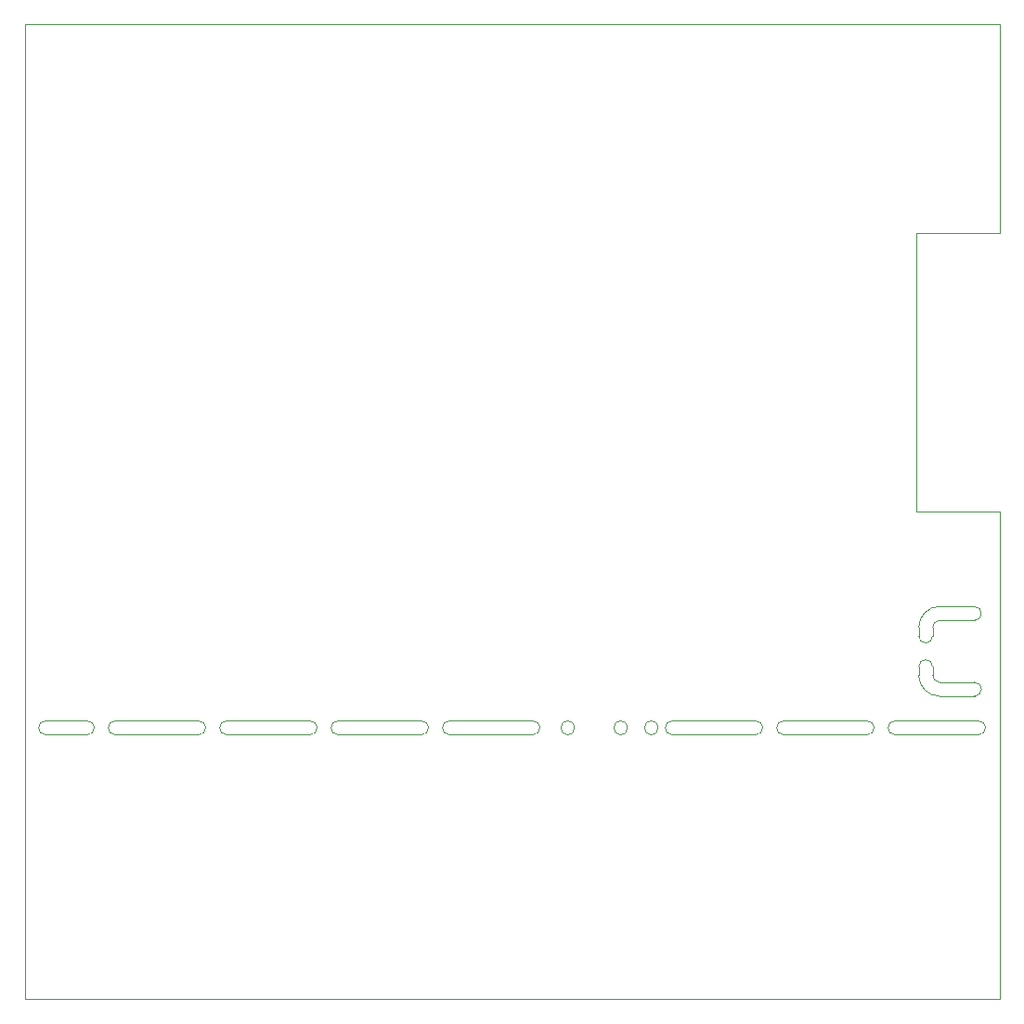
<source format=gbr>
%TF.GenerationSoftware,KiCad,Pcbnew,8.0.6-hq-2-g3d73d9976a*%
%TF.CreationDate,2024-12-23T23:06:42+08:00*%
%TF.ProjectId,DemoBoard_SensorForTemp&Rh_IntegratedWithMCU,44656d6f-426f-4617-9264-5f53656e736f,rev?*%
%TF.SameCoordinates,Original*%
%TF.FileFunction,Profile,NP*%
%FSLAX46Y46*%
G04 Gerber Fmt 4.6, Leading zero omitted, Abs format (unit mm)*
G04 Created by KiCad (PCBNEW 8.0.6-hq-2-g3d73d9976a) date 2024-12-23 23:06:42*
%MOMM*%
%LPD*%
G01*
G04 APERTURE LIST*
%TA.AperFunction,Profile*%
%ADD10C,0.050000*%
%TD*%
G04 APERTURE END LIST*
D10*
X162814000Y-110779400D02*
G75*
G02*
X162814000Y-112049400I0J-635000D01*
G01*
X135255000Y-115570000D02*
G75*
G02*
X135255000Y-114300000I0J635000D01*
G01*
X102235000Y-115570000D02*
X94615000Y-115570000D01*
X157480000Y-95250000D02*
X165100000Y-95250000D01*
X76200000Y-139700000D02*
X76200000Y-50800000D01*
X102235000Y-114300000D02*
G75*
G02*
X102235000Y-115570000I0J-635000D01*
G01*
X122555000Y-114300000D02*
X114935000Y-114300000D01*
X159639000Y-110779400D02*
G75*
G02*
X159004000Y-110144400I0J635000D01*
G01*
X114935000Y-115570000D02*
G75*
G02*
X114935000Y-114300000I0J635000D01*
G01*
X122555000Y-115570000D02*
X114935000Y-115570000D01*
X84455000Y-115570000D02*
G75*
G02*
X84455000Y-114300000I0J635000D01*
G01*
X163195000Y-115570000D02*
X155575000Y-115570000D01*
X142875000Y-115570000D02*
X135255000Y-115570000D01*
X145415000Y-115570000D02*
G75*
G02*
X145415000Y-114300000I0J635000D01*
G01*
X142875000Y-114300000D02*
X135255000Y-114300000D01*
X142875000Y-114300000D02*
G75*
G02*
X142875000Y-115570000I0J-635000D01*
G01*
X162814000Y-103870600D02*
G75*
G02*
X162814000Y-105140600I0J-635000D01*
G01*
X126365000Y-114935000D02*
G75*
G02*
X125095000Y-114935000I-635000J0D01*
G01*
X125095000Y-114935000D02*
G75*
G02*
X126365000Y-114935000I635000J0D01*
G01*
X162814000Y-105140600D02*
X159639000Y-105140600D01*
X112395000Y-114300000D02*
G75*
G02*
X112395000Y-115570000I0J-635000D01*
G01*
X159639000Y-103870600D02*
X162814000Y-103870600D01*
X94615000Y-115570000D02*
G75*
G02*
X94615000Y-114300000I0J635000D01*
G01*
X159004000Y-105775600D02*
G75*
G02*
X159639000Y-105140600I635000J0D01*
G01*
X92075000Y-114300000D02*
G75*
G02*
X92075000Y-115570000I0J-635000D01*
G01*
X78105000Y-115570000D02*
X81915000Y-115570000D01*
X157734000Y-109357000D02*
G75*
G02*
X159004000Y-109357000I635000J0D01*
G01*
X157480000Y-69850000D02*
X157480000Y-95250000D01*
X112395000Y-115570000D02*
X104775000Y-115570000D01*
X92075000Y-114300000D02*
X84455000Y-114300000D01*
X78105000Y-115570000D02*
G75*
G02*
X78105000Y-114300000I0J635000D01*
G01*
X102235000Y-114300000D02*
X94615000Y-114300000D01*
X159639000Y-112049400D02*
X162814000Y-112049400D01*
X112395000Y-114300000D02*
X104775000Y-114300000D01*
X159004000Y-106563000D02*
G75*
G02*
X157734000Y-106563000I-635000J0D01*
G01*
X81915000Y-114300000D02*
X78105000Y-114300000D01*
X153035000Y-114300000D02*
G75*
G02*
X153035000Y-115570000I0J-635000D01*
G01*
X153035000Y-115570000D02*
X145415000Y-115570000D01*
X92075000Y-115570000D02*
X84455000Y-115570000D01*
X76200000Y-50800000D02*
X165100000Y-50800000D01*
X122555000Y-114300000D02*
G75*
G02*
X122555000Y-115570000I0J-635000D01*
G01*
X157734000Y-109357000D02*
X157734000Y-110144400D01*
X153035000Y-114300000D02*
X145415000Y-114300000D01*
X165100000Y-139700000D02*
X76200000Y-139700000D01*
X157734000Y-106563000D02*
X157734000Y-105775600D01*
X131191000Y-114935000D02*
G75*
G02*
X129921000Y-114935000I-635000J0D01*
G01*
X129921000Y-114935000D02*
G75*
G02*
X131191000Y-114935000I635000J0D01*
G01*
X159004000Y-109357000D02*
X159004000Y-110144400D01*
X81915000Y-114300000D02*
G75*
G02*
X81915000Y-115570000I0J-635000D01*
G01*
X163195000Y-114300000D02*
X155575000Y-114300000D01*
X155575000Y-115570000D02*
G75*
G02*
X155575000Y-114300000I0J635000D01*
G01*
X133985000Y-114935000D02*
G75*
G02*
X132715000Y-114935000I-635000J0D01*
G01*
X132715000Y-114935000D02*
G75*
G02*
X133985000Y-114935000I635000J0D01*
G01*
X165100000Y-69850000D02*
X157480000Y-69850000D01*
X159639000Y-112049400D02*
G75*
G02*
X157734000Y-110144400I0J1905000D01*
G01*
X104775000Y-115570000D02*
G75*
G02*
X104775000Y-114300000I0J635000D01*
G01*
X163195000Y-114300000D02*
G75*
G02*
X163195000Y-115570000I0J-635000D01*
G01*
X157734000Y-105775600D02*
G75*
G02*
X159639000Y-103870600I1905000J0D01*
G01*
X159004000Y-106563000D02*
X159004000Y-105775600D01*
X162814000Y-110779400D02*
X159639000Y-110779400D01*
X165100000Y-50800000D02*
X165100000Y-69850000D01*
X165100000Y-95250000D02*
X165100000Y-139700000D01*
M02*

</source>
